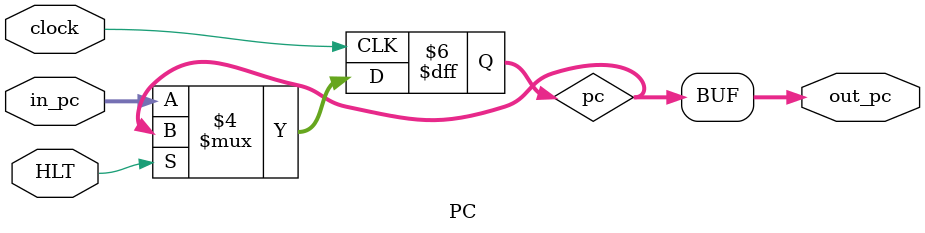
<source format=v>
module PC (clock, in_pc, HLT, out_pc);

	input clock;
	input HLT;
	input [31:0]in_pc;	
	
	reg [31:0]pc;
	
	output [31:0]out_pc;
	
	initial begin
		pc = 32'b0;
	end
	
	always @ (posedge clock) begin
			if (HLT)
				pc <= pc;
			else
				pc <= in_pc;
	end
	
	assign out_pc = pc;
	
endmodule

</source>
